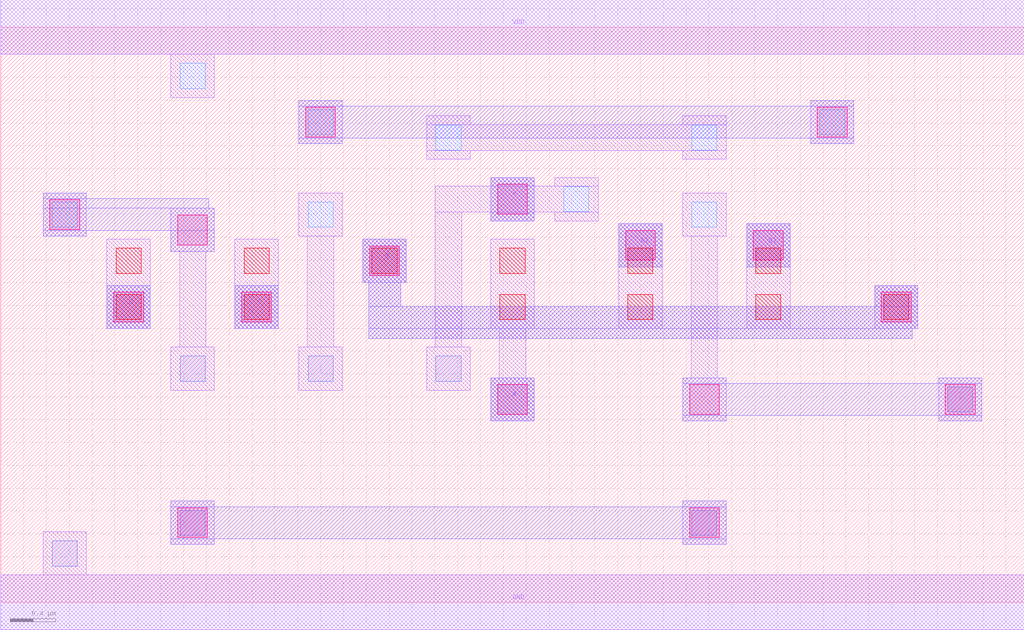
<source format=lef>
MACRO AAOAI2211
 CLASS CORE ;
 FOREIGN AAOAI2211 0 0 ;
 SIZE 8.96 BY 5.04 ;
 ORIGIN 0 0 ;
 SYMMETRY X Y R90 ;
 SITE unit ;
  PIN VDD
   DIRECTION INOUT ;
   USE POWER ;
   SHAPE ABUTMENT ;
    PORT
     CLASS CORE ;
       LAYER met1 ;
        RECT 0.00000000 4.80000000 8.96000000 5.28000000 ;
    END
  END VDD

  PIN GND
   DIRECTION INOUT ;
   USE POWER ;
   SHAPE ABUTMENT ;
    PORT
     CLASS CORE ;
       LAYER met1 ;
        RECT 0.00000000 -0.24000000 8.96000000 0.24000000 ;
    END
  END GND

  PIN Y
   DIRECTION INOUT ;
   USE SIGNAL ;
   SHAPE ABUTMENT ;
    PORT
     CLASS CORE ;
       LAYER met2 ;
        RECT 4.29000000 3.34200000 4.67000000 3.72200000 ;
    END
  END Y

  PIN B
   DIRECTION INOUT ;
   USE SIGNAL ;
   SHAPE ABUTMENT ;
    PORT
     CLASS CORE ;
       LAYER met2 ;
        RECT 3.22000000 2.31200000 7.98000000 2.39700000 ;
        RECT 3.22000000 2.39700000 8.03000000 2.59200000 ;
        RECT 7.65000000 2.59200000 8.03000000 2.77700000 ;
        RECT 3.22000000 2.59200000 3.50000000 2.80200000 ;
        RECT 3.17000000 2.80200000 3.55000000 3.18200000 ;
    END
  END B

  PIN C
   DIRECTION INOUT ;
   USE SIGNAL ;
   SHAPE ABUTMENT ;
    PORT
     CLASS CORE ;
       LAYER met2 ;
        RECT 2.05000000 2.39700000 2.43000000 2.77700000 ;
    END
  END C

  PIN B1
   DIRECTION INOUT ;
   USE SIGNAL ;
   SHAPE ABUTMENT ;
    PORT
     CLASS CORE ;
       LAYER met2 ;
        RECT 6.53000000 2.93700000 6.91000000 3.31700000 ;
    END
  END B1

  PIN D
   DIRECTION INOUT ;
   USE SIGNAL ;
   SHAPE ABUTMENT ;
    PORT
     CLASS CORE ;
       LAYER met2 ;
        RECT 0.93000000 2.39700000 1.31000000 2.77700000 ;
    END
  END D

  PIN A
   DIRECTION INOUT ;
   USE SIGNAL ;
   SHAPE ABUTMENT ;
    PORT
     CLASS CORE ;
       LAYER met2 ;
        RECT 4.29000000 1.58700000 4.67000000 1.96700000 ;
    END
  END A

  PIN A1
   DIRECTION INOUT ;
   USE SIGNAL ;
   SHAPE ABUTMENT ;
    PORT
     CLASS CORE ;
       LAYER met2 ;
        RECT 5.41000000 2.93700000 5.79000000 3.31700000 ;
    END
  END A1

 OBS
    LAYER polycont ;
     RECT 1.01000000 2.47700000 1.23000000 2.69700000 ;
     RECT 2.13000000 2.47700000 2.35000000 2.69700000 ;
     RECT 4.37000000 2.47700000 4.59000000 2.69700000 ;
     RECT 5.49000000 2.47700000 5.71000000 2.69700000 ;
     RECT 6.61000000 2.47700000 6.83000000 2.69700000 ;
     RECT 7.73000000 2.47700000 7.95000000 2.69700000 ;
     RECT 1.01000000 2.88200000 1.23000000 3.10200000 ;
     RECT 2.13000000 2.88200000 2.35000000 3.10200000 ;
     RECT 3.25000000 2.88200000 3.47000000 3.10200000 ;
     RECT 4.37000000 2.88200000 4.59000000 3.10200000 ;
     RECT 5.49000000 2.88200000 5.71000000 3.10200000 ;
     RECT 6.61000000 2.88200000 6.83000000 3.10200000 ;

    LAYER pdiffc ;
     RECT 0.45000000 3.28700000 0.67000000 3.50700000 ;
     RECT 2.69000000 3.28700000 2.91000000 3.50700000 ;
     RECT 6.05000000 3.28700000 6.27000000 3.50700000 ;
     RECT 4.93000000 3.42200000 5.15000000 3.64200000 ;
     RECT 3.81000000 3.96200000 4.03000000 4.18200000 ;
     RECT 6.05000000 3.96200000 6.27000000 4.18200000 ;
     RECT 2.69000000 4.09700000 2.91000000 4.31700000 ;
     RECT 7.17000000 4.09700000 7.39000000 4.31700000 ;
     RECT 1.57000000 4.50200000 1.79000000 4.72200000 ;

    LAYER ndiffc ;
     RECT 0.45000000 0.31700000 0.67000000 0.53700000 ;
     RECT 1.57000000 0.58700000 1.79000000 0.80700000 ;
     RECT 6.05000000 0.58700000 6.27000000 0.80700000 ;
     RECT 8.29000000 1.66700000 8.51000000 1.88700000 ;
     RECT 1.57000000 1.93700000 1.79000000 2.15700000 ;
     RECT 2.69000000 1.93700000 2.91000000 2.15700000 ;
     RECT 3.81000000 1.93700000 4.03000000 2.15700000 ;

    LAYER met1 ;
     RECT 0.00000000 -0.24000000 8.96000000 0.24000000 ;
     RECT 0.37000000 0.24000000 0.75000000 0.61700000 ;
     RECT 1.49000000 0.50700000 1.87000000 0.88700000 ;
     RECT 5.97000000 0.50700000 6.35000000 0.88700000 ;
     RECT 8.21000000 1.58700000 8.59000000 1.96700000 ;
     RECT 7.65000000 2.39700000 8.03000000 2.77700000 ;
     RECT 0.93000000 2.39700000 1.31000000 3.18200000 ;
     RECT 2.05000000 2.39700000 2.43000000 3.18200000 ;
     RECT 3.17000000 2.80200000 3.55000000 3.18200000 ;
     RECT 4.29000000 1.58700000 4.67000000 1.96700000 ;
     RECT 4.36500000 1.96700000 4.59500000 2.39700000 ;
     RECT 4.29000000 2.39700000 4.67000000 3.18200000 ;
     RECT 5.41000000 2.39700000 5.79000000 3.31700000 ;
     RECT 6.53000000 2.39700000 6.91000000 3.31700000 ;
     RECT 1.49000000 1.85700000 1.87000000 2.23700000 ;
     RECT 1.56500000 2.23700000 1.79500000 3.07200000 ;
     RECT 1.49000000 3.07200000 1.87000000 3.45200000 ;
     RECT 0.37000000 3.20700000 0.75000000 3.58700000 ;
     RECT 2.61000000 1.85700000 2.99000000 2.23700000 ;
     RECT 2.68500000 2.23700000 2.91500000 3.20700000 ;
     RECT 2.61000000 3.20700000 2.99000000 3.58700000 ;
     RECT 5.97000000 1.58700000 6.35000000 1.96700000 ;
     RECT 6.04500000 1.96700000 6.27500000 3.20700000 ;
     RECT 5.97000000 3.20700000 6.35000000 3.58700000 ;
     RECT 3.73000000 1.85700000 4.11000000 2.23700000 ;
     RECT 3.80500000 2.23700000 4.03500000 3.41700000 ;
     RECT 4.29000000 3.34200000 4.67000000 3.41700000 ;
     RECT 4.85000000 3.34200000 5.23000000 3.41700000 ;
     RECT 3.80500000 3.41700000 5.23000000 3.64700000 ;
     RECT 4.29000000 3.64700000 4.67000000 3.72200000 ;
     RECT 4.85000000 3.64700000 5.23000000 3.72200000 ;
     RECT 3.73000000 3.88200000 4.11000000 3.95700000 ;
     RECT 5.97000000 3.88200000 6.35000000 3.95700000 ;
     RECT 3.73000000 3.95700000 6.35000000 4.18700000 ;
     RECT 3.73000000 4.18700000 4.11000000 4.26200000 ;
     RECT 5.97000000 4.18700000 6.35000000 4.26200000 ;
     RECT 2.61000000 4.01700000 2.99000000 4.39700000 ;
     RECT 7.09000000 4.01700000 7.47000000 4.39700000 ;
     RECT 1.49000000 4.42200000 1.87000000 4.80000000 ;
     RECT 0.00000000 4.80000000 8.96000000 5.28000000 ;

    LAYER via1 ;
     RECT 1.55000000 0.56700000 1.81000000 0.82700000 ;
     RECT 6.03000000 0.56700000 6.29000000 0.82700000 ;
     RECT 4.35000000 1.64700000 4.61000000 1.90700000 ;
     RECT 6.03000000 1.64700000 6.29000000 1.90700000 ;
     RECT 8.27000000 1.64700000 8.53000000 1.90700000 ;
     RECT 0.99000000 2.45700000 1.25000000 2.71700000 ;
     RECT 2.11000000 2.45700000 2.37000000 2.71700000 ;
     RECT 7.71000000 2.45700000 7.97000000 2.71700000 ;
     RECT 3.23000000 2.86200000 3.49000000 3.12200000 ;
     RECT 5.47000000 2.99700000 5.73000000 3.25700000 ;
     RECT 6.59000000 2.99700000 6.85000000 3.25700000 ;
     RECT 1.55000000 3.13200000 1.81000000 3.39200000 ;
     RECT 0.43000000 3.26700000 0.69000000 3.52700000 ;
     RECT 4.35000000 3.40200000 4.61000000 3.66200000 ;
     RECT 2.67000000 4.07700000 2.93000000 4.33700000 ;
     RECT 7.15000000 4.07700000 7.41000000 4.33700000 ;

    LAYER met2 ;
     RECT 1.49000000 0.50700000 1.87000000 0.55700000 ;
     RECT 5.97000000 0.50700000 6.35000000 0.55700000 ;
     RECT 1.49000000 0.55700000 6.35000000 0.83700000 ;
     RECT 1.49000000 0.83700000 1.87000000 0.88700000 ;
     RECT 5.97000000 0.83700000 6.35000000 0.88700000 ;
     RECT 4.29000000 1.58700000 4.67000000 1.96700000 ;
     RECT 5.97000000 1.58700000 6.35000000 1.63700000 ;
     RECT 8.21000000 1.58700000 8.59000000 1.63700000 ;
     RECT 5.97000000 1.63700000 8.59000000 1.91700000 ;
     RECT 5.97000000 1.91700000 6.35000000 1.96700000 ;
     RECT 8.21000000 1.91700000 8.59000000 1.96700000 ;
     RECT 0.93000000 2.39700000 1.31000000 2.77700000 ;
     RECT 2.05000000 2.39700000 2.43000000 2.77700000 ;
     RECT 3.22000000 2.31200000 7.98000000 2.39700000 ;
     RECT 3.22000000 2.39700000 8.03000000 2.59200000 ;
     RECT 7.65000000 2.59200000 8.03000000 2.77700000 ;
     RECT 3.22000000 2.59200000 3.50000000 2.80200000 ;
     RECT 3.17000000 2.80200000 3.55000000 3.18200000 ;
     RECT 5.41000000 2.93700000 5.79000000 3.31700000 ;
     RECT 6.53000000 2.93700000 6.91000000 3.31700000 ;
     RECT 0.37000000 3.20700000 0.75000000 3.25700000 ;
     RECT 1.49000000 3.07200000 1.87000000 3.25700000 ;
     RECT 0.37000000 3.25700000 1.87000000 3.45200000 ;
     RECT 0.37000000 3.45200000 1.82000000 3.53700000 ;
     RECT 0.37000000 3.53700000 0.75000000 3.58700000 ;
     RECT 4.29000000 3.34200000 4.67000000 3.72200000 ;
     RECT 2.61000000 4.01700000 2.99000000 4.06700000 ;
     RECT 7.09000000 4.01700000 7.47000000 4.06700000 ;
     RECT 2.61000000 4.06700000 7.47000000 4.34700000 ;
     RECT 2.61000000 4.34700000 2.99000000 4.39700000 ;
     RECT 7.09000000 4.34700000 7.47000000 4.39700000 ;

 END
END AAOAI2211

</source>
